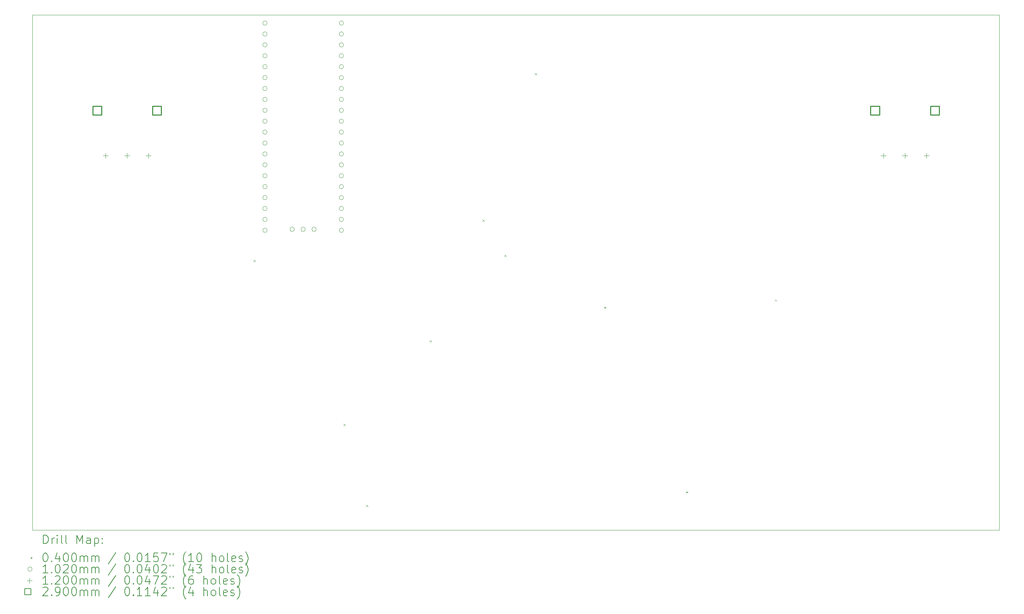
<source format=gbr>
%TF.GenerationSoftware,KiCad,Pcbnew,7.0.8*%
%TF.CreationDate,2023-11-04T04:32:08-07:00*%
%TF.ProjectId,picovoltexv2,7069636f-766f-46c7-9465-7876322e6b69,rev?*%
%TF.SameCoordinates,Original*%
%TF.FileFunction,Drillmap*%
%TF.FilePolarity,Positive*%
%FSLAX45Y45*%
G04 Gerber Fmt 4.5, Leading zero omitted, Abs format (unit mm)*
G04 Created by KiCad (PCBNEW 7.0.8) date 2023-11-04 04:32:08*
%MOMM*%
%LPD*%
G01*
G04 APERTURE LIST*
%ADD10C,0.100000*%
%ADD11C,0.200000*%
%ADD12C,0.040000*%
%ADD13C,0.102000*%
%ADD14C,0.120000*%
%ADD15C,0.290000*%
G04 APERTURE END LIST*
D10*
X3990000Y-3652000D02*
X26490000Y-3652000D01*
X26490000Y-15652000D01*
X3990000Y-15652000D01*
X3990000Y-3652000D01*
D11*
D12*
X9141540Y-9364050D02*
X9181540Y-9404050D01*
X9181540Y-9364050D02*
X9141540Y-9404050D01*
X11229260Y-13182000D02*
X11269260Y-13222000D01*
X11269260Y-13182000D02*
X11229260Y-13222000D01*
X11753400Y-15067000D02*
X11793400Y-15107000D01*
X11793400Y-15067000D02*
X11753400Y-15107000D01*
X13235070Y-11233060D02*
X13275070Y-11273060D01*
X13275070Y-11233060D02*
X13235070Y-11273060D01*
X14462490Y-8423770D02*
X14502490Y-8463770D01*
X14502490Y-8423770D02*
X14462490Y-8463770D01*
X14972980Y-9244120D02*
X15012980Y-9284120D01*
X15012980Y-9244120D02*
X14972980Y-9284120D01*
X15685850Y-5009590D02*
X15725850Y-5049590D01*
X15725850Y-5009590D02*
X15685850Y-5049590D01*
X17294030Y-10448940D02*
X17334030Y-10488940D01*
X17334030Y-10448940D02*
X17294030Y-10488940D01*
X19199960Y-14749750D02*
X19239960Y-14789750D01*
X19239960Y-14749750D02*
X19199960Y-14789750D01*
X21267720Y-10279460D02*
X21307720Y-10319460D01*
X21307720Y-10279460D02*
X21267720Y-10319460D01*
D13*
X9452000Y-3844500D02*
G75*
G03*
X9452000Y-3844500I-51000J0D01*
G01*
X9452000Y-4098500D02*
G75*
G03*
X9452000Y-4098500I-51000J0D01*
G01*
X9452000Y-4352500D02*
G75*
G03*
X9452000Y-4352500I-51000J0D01*
G01*
X9452000Y-4606500D02*
G75*
G03*
X9452000Y-4606500I-51000J0D01*
G01*
X9452000Y-4860500D02*
G75*
G03*
X9452000Y-4860500I-51000J0D01*
G01*
X9452000Y-5114500D02*
G75*
G03*
X9452000Y-5114500I-51000J0D01*
G01*
X9452000Y-5368500D02*
G75*
G03*
X9452000Y-5368500I-51000J0D01*
G01*
X9452000Y-5622500D02*
G75*
G03*
X9452000Y-5622500I-51000J0D01*
G01*
X9452000Y-5876500D02*
G75*
G03*
X9452000Y-5876500I-51000J0D01*
G01*
X9452000Y-6130500D02*
G75*
G03*
X9452000Y-6130500I-51000J0D01*
G01*
X9452000Y-6384500D02*
G75*
G03*
X9452000Y-6384500I-51000J0D01*
G01*
X9452000Y-6638500D02*
G75*
G03*
X9452000Y-6638500I-51000J0D01*
G01*
X9452000Y-6892500D02*
G75*
G03*
X9452000Y-6892500I-51000J0D01*
G01*
X9452000Y-7146500D02*
G75*
G03*
X9452000Y-7146500I-51000J0D01*
G01*
X9452000Y-7400500D02*
G75*
G03*
X9452000Y-7400500I-51000J0D01*
G01*
X9452000Y-7654500D02*
G75*
G03*
X9452000Y-7654500I-51000J0D01*
G01*
X9452000Y-7908500D02*
G75*
G03*
X9452000Y-7908500I-51000J0D01*
G01*
X9452000Y-8162500D02*
G75*
G03*
X9452000Y-8162500I-51000J0D01*
G01*
X9452000Y-8416500D02*
G75*
G03*
X9452000Y-8416500I-51000J0D01*
G01*
X9452000Y-8670500D02*
G75*
G03*
X9452000Y-8670500I-51000J0D01*
G01*
X10087000Y-8647500D02*
G75*
G03*
X10087000Y-8647500I-51000J0D01*
G01*
X10341000Y-8647500D02*
G75*
G03*
X10341000Y-8647500I-51000J0D01*
G01*
X10595000Y-8647500D02*
G75*
G03*
X10595000Y-8647500I-51000J0D01*
G01*
X11230000Y-3844500D02*
G75*
G03*
X11230000Y-3844500I-51000J0D01*
G01*
X11230000Y-4098500D02*
G75*
G03*
X11230000Y-4098500I-51000J0D01*
G01*
X11230000Y-4352500D02*
G75*
G03*
X11230000Y-4352500I-51000J0D01*
G01*
X11230000Y-4606500D02*
G75*
G03*
X11230000Y-4606500I-51000J0D01*
G01*
X11230000Y-4860500D02*
G75*
G03*
X11230000Y-4860500I-51000J0D01*
G01*
X11230000Y-5114500D02*
G75*
G03*
X11230000Y-5114500I-51000J0D01*
G01*
X11230000Y-5368500D02*
G75*
G03*
X11230000Y-5368500I-51000J0D01*
G01*
X11230000Y-5622500D02*
G75*
G03*
X11230000Y-5622500I-51000J0D01*
G01*
X11230000Y-5876500D02*
G75*
G03*
X11230000Y-5876500I-51000J0D01*
G01*
X11230000Y-6130500D02*
G75*
G03*
X11230000Y-6130500I-51000J0D01*
G01*
X11230000Y-6384500D02*
G75*
G03*
X11230000Y-6384500I-51000J0D01*
G01*
X11230000Y-6638500D02*
G75*
G03*
X11230000Y-6638500I-51000J0D01*
G01*
X11230000Y-6892500D02*
G75*
G03*
X11230000Y-6892500I-51000J0D01*
G01*
X11230000Y-7146500D02*
G75*
G03*
X11230000Y-7146500I-51000J0D01*
G01*
X11230000Y-7400500D02*
G75*
G03*
X11230000Y-7400500I-51000J0D01*
G01*
X11230000Y-7654500D02*
G75*
G03*
X11230000Y-7654500I-51000J0D01*
G01*
X11230000Y-7908500D02*
G75*
G03*
X11230000Y-7908500I-51000J0D01*
G01*
X11230000Y-8162500D02*
G75*
G03*
X11230000Y-8162500I-51000J0D01*
G01*
X11230000Y-8416500D02*
G75*
G03*
X11230000Y-8416500I-51000J0D01*
G01*
X11230000Y-8670500D02*
G75*
G03*
X11230000Y-8670500I-51000J0D01*
G01*
D14*
X5690000Y-6872000D02*
X5690000Y-6992000D01*
X5630000Y-6932000D02*
X5750000Y-6932000D01*
X6190000Y-6872000D02*
X6190000Y-6992000D01*
X6130000Y-6932000D02*
X6250000Y-6932000D01*
X6690000Y-6872000D02*
X6690000Y-6992000D01*
X6630000Y-6932000D02*
X6750000Y-6932000D01*
X23790000Y-6872000D02*
X23790000Y-6992000D01*
X23730000Y-6932000D02*
X23850000Y-6932000D01*
X24290000Y-6872000D02*
X24290000Y-6992000D01*
X24230000Y-6932000D02*
X24350000Y-6932000D01*
X24790000Y-6872000D02*
X24790000Y-6992000D01*
X24730000Y-6932000D02*
X24850000Y-6932000D01*
D15*
X5597531Y-5984531D02*
X5597531Y-5779468D01*
X5392469Y-5779468D01*
X5392469Y-5984531D01*
X5597531Y-5984531D01*
X6987531Y-5984531D02*
X6987531Y-5779468D01*
X6782468Y-5779468D01*
X6782468Y-5984531D01*
X6987531Y-5984531D01*
X23697531Y-5984531D02*
X23697531Y-5779468D01*
X23492468Y-5779468D01*
X23492468Y-5984531D01*
X23697531Y-5984531D01*
X25087531Y-5984531D02*
X25087531Y-5779468D01*
X24882468Y-5779468D01*
X24882468Y-5984531D01*
X25087531Y-5984531D01*
D11*
X4245777Y-15968484D02*
X4245777Y-15768484D01*
X4245777Y-15768484D02*
X4293396Y-15768484D01*
X4293396Y-15768484D02*
X4321967Y-15778008D01*
X4321967Y-15778008D02*
X4341015Y-15797055D01*
X4341015Y-15797055D02*
X4350539Y-15816103D01*
X4350539Y-15816103D02*
X4360063Y-15854198D01*
X4360063Y-15854198D02*
X4360063Y-15882769D01*
X4360063Y-15882769D02*
X4350539Y-15920865D01*
X4350539Y-15920865D02*
X4341015Y-15939912D01*
X4341015Y-15939912D02*
X4321967Y-15958960D01*
X4321967Y-15958960D02*
X4293396Y-15968484D01*
X4293396Y-15968484D02*
X4245777Y-15968484D01*
X4445777Y-15968484D02*
X4445777Y-15835150D01*
X4445777Y-15873246D02*
X4455301Y-15854198D01*
X4455301Y-15854198D02*
X4464824Y-15844674D01*
X4464824Y-15844674D02*
X4483872Y-15835150D01*
X4483872Y-15835150D02*
X4502920Y-15835150D01*
X4569586Y-15968484D02*
X4569586Y-15835150D01*
X4569586Y-15768484D02*
X4560063Y-15778008D01*
X4560063Y-15778008D02*
X4569586Y-15787531D01*
X4569586Y-15787531D02*
X4579110Y-15778008D01*
X4579110Y-15778008D02*
X4569586Y-15768484D01*
X4569586Y-15768484D02*
X4569586Y-15787531D01*
X4693396Y-15968484D02*
X4674348Y-15958960D01*
X4674348Y-15958960D02*
X4664824Y-15939912D01*
X4664824Y-15939912D02*
X4664824Y-15768484D01*
X4798158Y-15968484D02*
X4779110Y-15958960D01*
X4779110Y-15958960D02*
X4769586Y-15939912D01*
X4769586Y-15939912D02*
X4769586Y-15768484D01*
X5026729Y-15968484D02*
X5026729Y-15768484D01*
X5026729Y-15768484D02*
X5093396Y-15911341D01*
X5093396Y-15911341D02*
X5160063Y-15768484D01*
X5160063Y-15768484D02*
X5160063Y-15968484D01*
X5341015Y-15968484D02*
X5341015Y-15863722D01*
X5341015Y-15863722D02*
X5331491Y-15844674D01*
X5331491Y-15844674D02*
X5312444Y-15835150D01*
X5312444Y-15835150D02*
X5274348Y-15835150D01*
X5274348Y-15835150D02*
X5255301Y-15844674D01*
X5341015Y-15958960D02*
X5321967Y-15968484D01*
X5321967Y-15968484D02*
X5274348Y-15968484D01*
X5274348Y-15968484D02*
X5255301Y-15958960D01*
X5255301Y-15958960D02*
X5245777Y-15939912D01*
X5245777Y-15939912D02*
X5245777Y-15920865D01*
X5245777Y-15920865D02*
X5255301Y-15901817D01*
X5255301Y-15901817D02*
X5274348Y-15892293D01*
X5274348Y-15892293D02*
X5321967Y-15892293D01*
X5321967Y-15892293D02*
X5341015Y-15882769D01*
X5436253Y-15835150D02*
X5436253Y-16035150D01*
X5436253Y-15844674D02*
X5455301Y-15835150D01*
X5455301Y-15835150D02*
X5493396Y-15835150D01*
X5493396Y-15835150D02*
X5512444Y-15844674D01*
X5512444Y-15844674D02*
X5521967Y-15854198D01*
X5521967Y-15854198D02*
X5531491Y-15873246D01*
X5531491Y-15873246D02*
X5531491Y-15930388D01*
X5531491Y-15930388D02*
X5521967Y-15949436D01*
X5521967Y-15949436D02*
X5512444Y-15958960D01*
X5512444Y-15958960D02*
X5493396Y-15968484D01*
X5493396Y-15968484D02*
X5455301Y-15968484D01*
X5455301Y-15968484D02*
X5436253Y-15958960D01*
X5617205Y-15949436D02*
X5626729Y-15958960D01*
X5626729Y-15958960D02*
X5617205Y-15968484D01*
X5617205Y-15968484D02*
X5607682Y-15958960D01*
X5607682Y-15958960D02*
X5617205Y-15949436D01*
X5617205Y-15949436D02*
X5617205Y-15968484D01*
X5617205Y-15844674D02*
X5626729Y-15854198D01*
X5626729Y-15854198D02*
X5617205Y-15863722D01*
X5617205Y-15863722D02*
X5607682Y-15854198D01*
X5607682Y-15854198D02*
X5617205Y-15844674D01*
X5617205Y-15844674D02*
X5617205Y-15863722D01*
D12*
X3945000Y-16277000D02*
X3985000Y-16317000D01*
X3985000Y-16277000D02*
X3945000Y-16317000D01*
D11*
X4283872Y-16188484D02*
X4302920Y-16188484D01*
X4302920Y-16188484D02*
X4321967Y-16198008D01*
X4321967Y-16198008D02*
X4331491Y-16207531D01*
X4331491Y-16207531D02*
X4341015Y-16226579D01*
X4341015Y-16226579D02*
X4350539Y-16264674D01*
X4350539Y-16264674D02*
X4350539Y-16312293D01*
X4350539Y-16312293D02*
X4341015Y-16350388D01*
X4341015Y-16350388D02*
X4331491Y-16369436D01*
X4331491Y-16369436D02*
X4321967Y-16378960D01*
X4321967Y-16378960D02*
X4302920Y-16388484D01*
X4302920Y-16388484D02*
X4283872Y-16388484D01*
X4283872Y-16388484D02*
X4264824Y-16378960D01*
X4264824Y-16378960D02*
X4255301Y-16369436D01*
X4255301Y-16369436D02*
X4245777Y-16350388D01*
X4245777Y-16350388D02*
X4236253Y-16312293D01*
X4236253Y-16312293D02*
X4236253Y-16264674D01*
X4236253Y-16264674D02*
X4245777Y-16226579D01*
X4245777Y-16226579D02*
X4255301Y-16207531D01*
X4255301Y-16207531D02*
X4264824Y-16198008D01*
X4264824Y-16198008D02*
X4283872Y-16188484D01*
X4436253Y-16369436D02*
X4445777Y-16378960D01*
X4445777Y-16378960D02*
X4436253Y-16388484D01*
X4436253Y-16388484D02*
X4426729Y-16378960D01*
X4426729Y-16378960D02*
X4436253Y-16369436D01*
X4436253Y-16369436D02*
X4436253Y-16388484D01*
X4617205Y-16255150D02*
X4617205Y-16388484D01*
X4569586Y-16178960D02*
X4521967Y-16321817D01*
X4521967Y-16321817D02*
X4645777Y-16321817D01*
X4760063Y-16188484D02*
X4779110Y-16188484D01*
X4779110Y-16188484D02*
X4798158Y-16198008D01*
X4798158Y-16198008D02*
X4807682Y-16207531D01*
X4807682Y-16207531D02*
X4817205Y-16226579D01*
X4817205Y-16226579D02*
X4826729Y-16264674D01*
X4826729Y-16264674D02*
X4826729Y-16312293D01*
X4826729Y-16312293D02*
X4817205Y-16350388D01*
X4817205Y-16350388D02*
X4807682Y-16369436D01*
X4807682Y-16369436D02*
X4798158Y-16378960D01*
X4798158Y-16378960D02*
X4779110Y-16388484D01*
X4779110Y-16388484D02*
X4760063Y-16388484D01*
X4760063Y-16388484D02*
X4741015Y-16378960D01*
X4741015Y-16378960D02*
X4731491Y-16369436D01*
X4731491Y-16369436D02*
X4721967Y-16350388D01*
X4721967Y-16350388D02*
X4712444Y-16312293D01*
X4712444Y-16312293D02*
X4712444Y-16264674D01*
X4712444Y-16264674D02*
X4721967Y-16226579D01*
X4721967Y-16226579D02*
X4731491Y-16207531D01*
X4731491Y-16207531D02*
X4741015Y-16198008D01*
X4741015Y-16198008D02*
X4760063Y-16188484D01*
X4950539Y-16188484D02*
X4969586Y-16188484D01*
X4969586Y-16188484D02*
X4988634Y-16198008D01*
X4988634Y-16198008D02*
X4998158Y-16207531D01*
X4998158Y-16207531D02*
X5007682Y-16226579D01*
X5007682Y-16226579D02*
X5017205Y-16264674D01*
X5017205Y-16264674D02*
X5017205Y-16312293D01*
X5017205Y-16312293D02*
X5007682Y-16350388D01*
X5007682Y-16350388D02*
X4998158Y-16369436D01*
X4998158Y-16369436D02*
X4988634Y-16378960D01*
X4988634Y-16378960D02*
X4969586Y-16388484D01*
X4969586Y-16388484D02*
X4950539Y-16388484D01*
X4950539Y-16388484D02*
X4931491Y-16378960D01*
X4931491Y-16378960D02*
X4921967Y-16369436D01*
X4921967Y-16369436D02*
X4912444Y-16350388D01*
X4912444Y-16350388D02*
X4902920Y-16312293D01*
X4902920Y-16312293D02*
X4902920Y-16264674D01*
X4902920Y-16264674D02*
X4912444Y-16226579D01*
X4912444Y-16226579D02*
X4921967Y-16207531D01*
X4921967Y-16207531D02*
X4931491Y-16198008D01*
X4931491Y-16198008D02*
X4950539Y-16188484D01*
X5102920Y-16388484D02*
X5102920Y-16255150D01*
X5102920Y-16274198D02*
X5112444Y-16264674D01*
X5112444Y-16264674D02*
X5131491Y-16255150D01*
X5131491Y-16255150D02*
X5160063Y-16255150D01*
X5160063Y-16255150D02*
X5179110Y-16264674D01*
X5179110Y-16264674D02*
X5188634Y-16283722D01*
X5188634Y-16283722D02*
X5188634Y-16388484D01*
X5188634Y-16283722D02*
X5198158Y-16264674D01*
X5198158Y-16264674D02*
X5217205Y-16255150D01*
X5217205Y-16255150D02*
X5245777Y-16255150D01*
X5245777Y-16255150D02*
X5264825Y-16264674D01*
X5264825Y-16264674D02*
X5274348Y-16283722D01*
X5274348Y-16283722D02*
X5274348Y-16388484D01*
X5369586Y-16388484D02*
X5369586Y-16255150D01*
X5369586Y-16274198D02*
X5379110Y-16264674D01*
X5379110Y-16264674D02*
X5398158Y-16255150D01*
X5398158Y-16255150D02*
X5426729Y-16255150D01*
X5426729Y-16255150D02*
X5445777Y-16264674D01*
X5445777Y-16264674D02*
X5455301Y-16283722D01*
X5455301Y-16283722D02*
X5455301Y-16388484D01*
X5455301Y-16283722D02*
X5464825Y-16264674D01*
X5464825Y-16264674D02*
X5483872Y-16255150D01*
X5483872Y-16255150D02*
X5512444Y-16255150D01*
X5512444Y-16255150D02*
X5531491Y-16264674D01*
X5531491Y-16264674D02*
X5541015Y-16283722D01*
X5541015Y-16283722D02*
X5541015Y-16388484D01*
X5931491Y-16178960D02*
X5760063Y-16436103D01*
X6188634Y-16188484D02*
X6207682Y-16188484D01*
X6207682Y-16188484D02*
X6226729Y-16198008D01*
X6226729Y-16198008D02*
X6236253Y-16207531D01*
X6236253Y-16207531D02*
X6245777Y-16226579D01*
X6245777Y-16226579D02*
X6255301Y-16264674D01*
X6255301Y-16264674D02*
X6255301Y-16312293D01*
X6255301Y-16312293D02*
X6245777Y-16350388D01*
X6245777Y-16350388D02*
X6236253Y-16369436D01*
X6236253Y-16369436D02*
X6226729Y-16378960D01*
X6226729Y-16378960D02*
X6207682Y-16388484D01*
X6207682Y-16388484D02*
X6188634Y-16388484D01*
X6188634Y-16388484D02*
X6169586Y-16378960D01*
X6169586Y-16378960D02*
X6160063Y-16369436D01*
X6160063Y-16369436D02*
X6150539Y-16350388D01*
X6150539Y-16350388D02*
X6141015Y-16312293D01*
X6141015Y-16312293D02*
X6141015Y-16264674D01*
X6141015Y-16264674D02*
X6150539Y-16226579D01*
X6150539Y-16226579D02*
X6160063Y-16207531D01*
X6160063Y-16207531D02*
X6169586Y-16198008D01*
X6169586Y-16198008D02*
X6188634Y-16188484D01*
X6341015Y-16369436D02*
X6350539Y-16378960D01*
X6350539Y-16378960D02*
X6341015Y-16388484D01*
X6341015Y-16388484D02*
X6331491Y-16378960D01*
X6331491Y-16378960D02*
X6341015Y-16369436D01*
X6341015Y-16369436D02*
X6341015Y-16388484D01*
X6474348Y-16188484D02*
X6493396Y-16188484D01*
X6493396Y-16188484D02*
X6512444Y-16198008D01*
X6512444Y-16198008D02*
X6521967Y-16207531D01*
X6521967Y-16207531D02*
X6531491Y-16226579D01*
X6531491Y-16226579D02*
X6541015Y-16264674D01*
X6541015Y-16264674D02*
X6541015Y-16312293D01*
X6541015Y-16312293D02*
X6531491Y-16350388D01*
X6531491Y-16350388D02*
X6521967Y-16369436D01*
X6521967Y-16369436D02*
X6512444Y-16378960D01*
X6512444Y-16378960D02*
X6493396Y-16388484D01*
X6493396Y-16388484D02*
X6474348Y-16388484D01*
X6474348Y-16388484D02*
X6455301Y-16378960D01*
X6455301Y-16378960D02*
X6445777Y-16369436D01*
X6445777Y-16369436D02*
X6436253Y-16350388D01*
X6436253Y-16350388D02*
X6426729Y-16312293D01*
X6426729Y-16312293D02*
X6426729Y-16264674D01*
X6426729Y-16264674D02*
X6436253Y-16226579D01*
X6436253Y-16226579D02*
X6445777Y-16207531D01*
X6445777Y-16207531D02*
X6455301Y-16198008D01*
X6455301Y-16198008D02*
X6474348Y-16188484D01*
X6731491Y-16388484D02*
X6617206Y-16388484D01*
X6674348Y-16388484D02*
X6674348Y-16188484D01*
X6674348Y-16188484D02*
X6655301Y-16217055D01*
X6655301Y-16217055D02*
X6636253Y-16236103D01*
X6636253Y-16236103D02*
X6617206Y-16245627D01*
X6912444Y-16188484D02*
X6817206Y-16188484D01*
X6817206Y-16188484D02*
X6807682Y-16283722D01*
X6807682Y-16283722D02*
X6817206Y-16274198D01*
X6817206Y-16274198D02*
X6836253Y-16264674D01*
X6836253Y-16264674D02*
X6883872Y-16264674D01*
X6883872Y-16264674D02*
X6902920Y-16274198D01*
X6902920Y-16274198D02*
X6912444Y-16283722D01*
X6912444Y-16283722D02*
X6921967Y-16302769D01*
X6921967Y-16302769D02*
X6921967Y-16350388D01*
X6921967Y-16350388D02*
X6912444Y-16369436D01*
X6912444Y-16369436D02*
X6902920Y-16378960D01*
X6902920Y-16378960D02*
X6883872Y-16388484D01*
X6883872Y-16388484D02*
X6836253Y-16388484D01*
X6836253Y-16388484D02*
X6817206Y-16378960D01*
X6817206Y-16378960D02*
X6807682Y-16369436D01*
X6988634Y-16188484D02*
X7121967Y-16188484D01*
X7121967Y-16188484D02*
X7036253Y-16388484D01*
X7188634Y-16188484D02*
X7188634Y-16226579D01*
X7264825Y-16188484D02*
X7264825Y-16226579D01*
X7560063Y-16464674D02*
X7550539Y-16455150D01*
X7550539Y-16455150D02*
X7531491Y-16426579D01*
X7531491Y-16426579D02*
X7521968Y-16407531D01*
X7521968Y-16407531D02*
X7512444Y-16378960D01*
X7512444Y-16378960D02*
X7502920Y-16331341D01*
X7502920Y-16331341D02*
X7502920Y-16293246D01*
X7502920Y-16293246D02*
X7512444Y-16245627D01*
X7512444Y-16245627D02*
X7521968Y-16217055D01*
X7521968Y-16217055D02*
X7531491Y-16198008D01*
X7531491Y-16198008D02*
X7550539Y-16169436D01*
X7550539Y-16169436D02*
X7560063Y-16159912D01*
X7741015Y-16388484D02*
X7626729Y-16388484D01*
X7683872Y-16388484D02*
X7683872Y-16188484D01*
X7683872Y-16188484D02*
X7664825Y-16217055D01*
X7664825Y-16217055D02*
X7645777Y-16236103D01*
X7645777Y-16236103D02*
X7626729Y-16245627D01*
X7864825Y-16188484D02*
X7883872Y-16188484D01*
X7883872Y-16188484D02*
X7902920Y-16198008D01*
X7902920Y-16198008D02*
X7912444Y-16207531D01*
X7912444Y-16207531D02*
X7921968Y-16226579D01*
X7921968Y-16226579D02*
X7931491Y-16264674D01*
X7931491Y-16264674D02*
X7931491Y-16312293D01*
X7931491Y-16312293D02*
X7921968Y-16350388D01*
X7921968Y-16350388D02*
X7912444Y-16369436D01*
X7912444Y-16369436D02*
X7902920Y-16378960D01*
X7902920Y-16378960D02*
X7883872Y-16388484D01*
X7883872Y-16388484D02*
X7864825Y-16388484D01*
X7864825Y-16388484D02*
X7845777Y-16378960D01*
X7845777Y-16378960D02*
X7836253Y-16369436D01*
X7836253Y-16369436D02*
X7826729Y-16350388D01*
X7826729Y-16350388D02*
X7817206Y-16312293D01*
X7817206Y-16312293D02*
X7817206Y-16264674D01*
X7817206Y-16264674D02*
X7826729Y-16226579D01*
X7826729Y-16226579D02*
X7836253Y-16207531D01*
X7836253Y-16207531D02*
X7845777Y-16198008D01*
X7845777Y-16198008D02*
X7864825Y-16188484D01*
X8169587Y-16388484D02*
X8169587Y-16188484D01*
X8255301Y-16388484D02*
X8255301Y-16283722D01*
X8255301Y-16283722D02*
X8245777Y-16264674D01*
X8245777Y-16264674D02*
X8226730Y-16255150D01*
X8226730Y-16255150D02*
X8198158Y-16255150D01*
X8198158Y-16255150D02*
X8179110Y-16264674D01*
X8179110Y-16264674D02*
X8169587Y-16274198D01*
X8379110Y-16388484D02*
X8360063Y-16378960D01*
X8360063Y-16378960D02*
X8350539Y-16369436D01*
X8350539Y-16369436D02*
X8341015Y-16350388D01*
X8341015Y-16350388D02*
X8341015Y-16293246D01*
X8341015Y-16293246D02*
X8350539Y-16274198D01*
X8350539Y-16274198D02*
X8360063Y-16264674D01*
X8360063Y-16264674D02*
X8379110Y-16255150D01*
X8379110Y-16255150D02*
X8407682Y-16255150D01*
X8407682Y-16255150D02*
X8426730Y-16264674D01*
X8426730Y-16264674D02*
X8436253Y-16274198D01*
X8436253Y-16274198D02*
X8445777Y-16293246D01*
X8445777Y-16293246D02*
X8445777Y-16350388D01*
X8445777Y-16350388D02*
X8436253Y-16369436D01*
X8436253Y-16369436D02*
X8426730Y-16378960D01*
X8426730Y-16378960D02*
X8407682Y-16388484D01*
X8407682Y-16388484D02*
X8379110Y-16388484D01*
X8560063Y-16388484D02*
X8541015Y-16378960D01*
X8541015Y-16378960D02*
X8531492Y-16359912D01*
X8531492Y-16359912D02*
X8531492Y-16188484D01*
X8712444Y-16378960D02*
X8693396Y-16388484D01*
X8693396Y-16388484D02*
X8655301Y-16388484D01*
X8655301Y-16388484D02*
X8636253Y-16378960D01*
X8636253Y-16378960D02*
X8626730Y-16359912D01*
X8626730Y-16359912D02*
X8626730Y-16283722D01*
X8626730Y-16283722D02*
X8636253Y-16264674D01*
X8636253Y-16264674D02*
X8655301Y-16255150D01*
X8655301Y-16255150D02*
X8693396Y-16255150D01*
X8693396Y-16255150D02*
X8712444Y-16264674D01*
X8712444Y-16264674D02*
X8721968Y-16283722D01*
X8721968Y-16283722D02*
X8721968Y-16302769D01*
X8721968Y-16302769D02*
X8626730Y-16321817D01*
X8798158Y-16378960D02*
X8817206Y-16388484D01*
X8817206Y-16388484D02*
X8855301Y-16388484D01*
X8855301Y-16388484D02*
X8874349Y-16378960D01*
X8874349Y-16378960D02*
X8883873Y-16359912D01*
X8883873Y-16359912D02*
X8883873Y-16350388D01*
X8883873Y-16350388D02*
X8874349Y-16331341D01*
X8874349Y-16331341D02*
X8855301Y-16321817D01*
X8855301Y-16321817D02*
X8826730Y-16321817D01*
X8826730Y-16321817D02*
X8807682Y-16312293D01*
X8807682Y-16312293D02*
X8798158Y-16293246D01*
X8798158Y-16293246D02*
X8798158Y-16283722D01*
X8798158Y-16283722D02*
X8807682Y-16264674D01*
X8807682Y-16264674D02*
X8826730Y-16255150D01*
X8826730Y-16255150D02*
X8855301Y-16255150D01*
X8855301Y-16255150D02*
X8874349Y-16264674D01*
X8950539Y-16464674D02*
X8960063Y-16455150D01*
X8960063Y-16455150D02*
X8979111Y-16426579D01*
X8979111Y-16426579D02*
X8988634Y-16407531D01*
X8988634Y-16407531D02*
X8998158Y-16378960D01*
X8998158Y-16378960D02*
X9007682Y-16331341D01*
X9007682Y-16331341D02*
X9007682Y-16293246D01*
X9007682Y-16293246D02*
X8998158Y-16245627D01*
X8998158Y-16245627D02*
X8988634Y-16217055D01*
X8988634Y-16217055D02*
X8979111Y-16198008D01*
X8979111Y-16198008D02*
X8960063Y-16169436D01*
X8960063Y-16169436D02*
X8950539Y-16159912D01*
D13*
X3985000Y-16561000D02*
G75*
G03*
X3985000Y-16561000I-51000J0D01*
G01*
D11*
X4350539Y-16652484D02*
X4236253Y-16652484D01*
X4293396Y-16652484D02*
X4293396Y-16452484D01*
X4293396Y-16452484D02*
X4274348Y-16481055D01*
X4274348Y-16481055D02*
X4255301Y-16500103D01*
X4255301Y-16500103D02*
X4236253Y-16509627D01*
X4436253Y-16633436D02*
X4445777Y-16642960D01*
X4445777Y-16642960D02*
X4436253Y-16652484D01*
X4436253Y-16652484D02*
X4426729Y-16642960D01*
X4426729Y-16642960D02*
X4436253Y-16633436D01*
X4436253Y-16633436D02*
X4436253Y-16652484D01*
X4569586Y-16452484D02*
X4588634Y-16452484D01*
X4588634Y-16452484D02*
X4607682Y-16462008D01*
X4607682Y-16462008D02*
X4617205Y-16471531D01*
X4617205Y-16471531D02*
X4626729Y-16490579D01*
X4626729Y-16490579D02*
X4636253Y-16528674D01*
X4636253Y-16528674D02*
X4636253Y-16576293D01*
X4636253Y-16576293D02*
X4626729Y-16614388D01*
X4626729Y-16614388D02*
X4617205Y-16633436D01*
X4617205Y-16633436D02*
X4607682Y-16642960D01*
X4607682Y-16642960D02*
X4588634Y-16652484D01*
X4588634Y-16652484D02*
X4569586Y-16652484D01*
X4569586Y-16652484D02*
X4550539Y-16642960D01*
X4550539Y-16642960D02*
X4541015Y-16633436D01*
X4541015Y-16633436D02*
X4531491Y-16614388D01*
X4531491Y-16614388D02*
X4521967Y-16576293D01*
X4521967Y-16576293D02*
X4521967Y-16528674D01*
X4521967Y-16528674D02*
X4531491Y-16490579D01*
X4531491Y-16490579D02*
X4541015Y-16471531D01*
X4541015Y-16471531D02*
X4550539Y-16462008D01*
X4550539Y-16462008D02*
X4569586Y-16452484D01*
X4712444Y-16471531D02*
X4721967Y-16462008D01*
X4721967Y-16462008D02*
X4741015Y-16452484D01*
X4741015Y-16452484D02*
X4788634Y-16452484D01*
X4788634Y-16452484D02*
X4807682Y-16462008D01*
X4807682Y-16462008D02*
X4817205Y-16471531D01*
X4817205Y-16471531D02*
X4826729Y-16490579D01*
X4826729Y-16490579D02*
X4826729Y-16509627D01*
X4826729Y-16509627D02*
X4817205Y-16538198D01*
X4817205Y-16538198D02*
X4702920Y-16652484D01*
X4702920Y-16652484D02*
X4826729Y-16652484D01*
X4950539Y-16452484D02*
X4969586Y-16452484D01*
X4969586Y-16452484D02*
X4988634Y-16462008D01*
X4988634Y-16462008D02*
X4998158Y-16471531D01*
X4998158Y-16471531D02*
X5007682Y-16490579D01*
X5007682Y-16490579D02*
X5017205Y-16528674D01*
X5017205Y-16528674D02*
X5017205Y-16576293D01*
X5017205Y-16576293D02*
X5007682Y-16614388D01*
X5007682Y-16614388D02*
X4998158Y-16633436D01*
X4998158Y-16633436D02*
X4988634Y-16642960D01*
X4988634Y-16642960D02*
X4969586Y-16652484D01*
X4969586Y-16652484D02*
X4950539Y-16652484D01*
X4950539Y-16652484D02*
X4931491Y-16642960D01*
X4931491Y-16642960D02*
X4921967Y-16633436D01*
X4921967Y-16633436D02*
X4912444Y-16614388D01*
X4912444Y-16614388D02*
X4902920Y-16576293D01*
X4902920Y-16576293D02*
X4902920Y-16528674D01*
X4902920Y-16528674D02*
X4912444Y-16490579D01*
X4912444Y-16490579D02*
X4921967Y-16471531D01*
X4921967Y-16471531D02*
X4931491Y-16462008D01*
X4931491Y-16462008D02*
X4950539Y-16452484D01*
X5102920Y-16652484D02*
X5102920Y-16519150D01*
X5102920Y-16538198D02*
X5112444Y-16528674D01*
X5112444Y-16528674D02*
X5131491Y-16519150D01*
X5131491Y-16519150D02*
X5160063Y-16519150D01*
X5160063Y-16519150D02*
X5179110Y-16528674D01*
X5179110Y-16528674D02*
X5188634Y-16547722D01*
X5188634Y-16547722D02*
X5188634Y-16652484D01*
X5188634Y-16547722D02*
X5198158Y-16528674D01*
X5198158Y-16528674D02*
X5217205Y-16519150D01*
X5217205Y-16519150D02*
X5245777Y-16519150D01*
X5245777Y-16519150D02*
X5264825Y-16528674D01*
X5264825Y-16528674D02*
X5274348Y-16547722D01*
X5274348Y-16547722D02*
X5274348Y-16652484D01*
X5369586Y-16652484D02*
X5369586Y-16519150D01*
X5369586Y-16538198D02*
X5379110Y-16528674D01*
X5379110Y-16528674D02*
X5398158Y-16519150D01*
X5398158Y-16519150D02*
X5426729Y-16519150D01*
X5426729Y-16519150D02*
X5445777Y-16528674D01*
X5445777Y-16528674D02*
X5455301Y-16547722D01*
X5455301Y-16547722D02*
X5455301Y-16652484D01*
X5455301Y-16547722D02*
X5464825Y-16528674D01*
X5464825Y-16528674D02*
X5483872Y-16519150D01*
X5483872Y-16519150D02*
X5512444Y-16519150D01*
X5512444Y-16519150D02*
X5531491Y-16528674D01*
X5531491Y-16528674D02*
X5541015Y-16547722D01*
X5541015Y-16547722D02*
X5541015Y-16652484D01*
X5931491Y-16442960D02*
X5760063Y-16700103D01*
X6188634Y-16452484D02*
X6207682Y-16452484D01*
X6207682Y-16452484D02*
X6226729Y-16462008D01*
X6226729Y-16462008D02*
X6236253Y-16471531D01*
X6236253Y-16471531D02*
X6245777Y-16490579D01*
X6245777Y-16490579D02*
X6255301Y-16528674D01*
X6255301Y-16528674D02*
X6255301Y-16576293D01*
X6255301Y-16576293D02*
X6245777Y-16614388D01*
X6245777Y-16614388D02*
X6236253Y-16633436D01*
X6236253Y-16633436D02*
X6226729Y-16642960D01*
X6226729Y-16642960D02*
X6207682Y-16652484D01*
X6207682Y-16652484D02*
X6188634Y-16652484D01*
X6188634Y-16652484D02*
X6169586Y-16642960D01*
X6169586Y-16642960D02*
X6160063Y-16633436D01*
X6160063Y-16633436D02*
X6150539Y-16614388D01*
X6150539Y-16614388D02*
X6141015Y-16576293D01*
X6141015Y-16576293D02*
X6141015Y-16528674D01*
X6141015Y-16528674D02*
X6150539Y-16490579D01*
X6150539Y-16490579D02*
X6160063Y-16471531D01*
X6160063Y-16471531D02*
X6169586Y-16462008D01*
X6169586Y-16462008D02*
X6188634Y-16452484D01*
X6341015Y-16633436D02*
X6350539Y-16642960D01*
X6350539Y-16642960D02*
X6341015Y-16652484D01*
X6341015Y-16652484D02*
X6331491Y-16642960D01*
X6331491Y-16642960D02*
X6341015Y-16633436D01*
X6341015Y-16633436D02*
X6341015Y-16652484D01*
X6474348Y-16452484D02*
X6493396Y-16452484D01*
X6493396Y-16452484D02*
X6512444Y-16462008D01*
X6512444Y-16462008D02*
X6521967Y-16471531D01*
X6521967Y-16471531D02*
X6531491Y-16490579D01*
X6531491Y-16490579D02*
X6541015Y-16528674D01*
X6541015Y-16528674D02*
X6541015Y-16576293D01*
X6541015Y-16576293D02*
X6531491Y-16614388D01*
X6531491Y-16614388D02*
X6521967Y-16633436D01*
X6521967Y-16633436D02*
X6512444Y-16642960D01*
X6512444Y-16642960D02*
X6493396Y-16652484D01*
X6493396Y-16652484D02*
X6474348Y-16652484D01*
X6474348Y-16652484D02*
X6455301Y-16642960D01*
X6455301Y-16642960D02*
X6445777Y-16633436D01*
X6445777Y-16633436D02*
X6436253Y-16614388D01*
X6436253Y-16614388D02*
X6426729Y-16576293D01*
X6426729Y-16576293D02*
X6426729Y-16528674D01*
X6426729Y-16528674D02*
X6436253Y-16490579D01*
X6436253Y-16490579D02*
X6445777Y-16471531D01*
X6445777Y-16471531D02*
X6455301Y-16462008D01*
X6455301Y-16462008D02*
X6474348Y-16452484D01*
X6712444Y-16519150D02*
X6712444Y-16652484D01*
X6664825Y-16442960D02*
X6617206Y-16585817D01*
X6617206Y-16585817D02*
X6741015Y-16585817D01*
X6855301Y-16452484D02*
X6874348Y-16452484D01*
X6874348Y-16452484D02*
X6893396Y-16462008D01*
X6893396Y-16462008D02*
X6902920Y-16471531D01*
X6902920Y-16471531D02*
X6912444Y-16490579D01*
X6912444Y-16490579D02*
X6921967Y-16528674D01*
X6921967Y-16528674D02*
X6921967Y-16576293D01*
X6921967Y-16576293D02*
X6912444Y-16614388D01*
X6912444Y-16614388D02*
X6902920Y-16633436D01*
X6902920Y-16633436D02*
X6893396Y-16642960D01*
X6893396Y-16642960D02*
X6874348Y-16652484D01*
X6874348Y-16652484D02*
X6855301Y-16652484D01*
X6855301Y-16652484D02*
X6836253Y-16642960D01*
X6836253Y-16642960D02*
X6826729Y-16633436D01*
X6826729Y-16633436D02*
X6817206Y-16614388D01*
X6817206Y-16614388D02*
X6807682Y-16576293D01*
X6807682Y-16576293D02*
X6807682Y-16528674D01*
X6807682Y-16528674D02*
X6817206Y-16490579D01*
X6817206Y-16490579D02*
X6826729Y-16471531D01*
X6826729Y-16471531D02*
X6836253Y-16462008D01*
X6836253Y-16462008D02*
X6855301Y-16452484D01*
X6998158Y-16471531D02*
X7007682Y-16462008D01*
X7007682Y-16462008D02*
X7026729Y-16452484D01*
X7026729Y-16452484D02*
X7074348Y-16452484D01*
X7074348Y-16452484D02*
X7093396Y-16462008D01*
X7093396Y-16462008D02*
X7102920Y-16471531D01*
X7102920Y-16471531D02*
X7112444Y-16490579D01*
X7112444Y-16490579D02*
X7112444Y-16509627D01*
X7112444Y-16509627D02*
X7102920Y-16538198D01*
X7102920Y-16538198D02*
X6988634Y-16652484D01*
X6988634Y-16652484D02*
X7112444Y-16652484D01*
X7188634Y-16452484D02*
X7188634Y-16490579D01*
X7264825Y-16452484D02*
X7264825Y-16490579D01*
X7560063Y-16728674D02*
X7550539Y-16719150D01*
X7550539Y-16719150D02*
X7531491Y-16690579D01*
X7531491Y-16690579D02*
X7521968Y-16671531D01*
X7521968Y-16671531D02*
X7512444Y-16642960D01*
X7512444Y-16642960D02*
X7502920Y-16595341D01*
X7502920Y-16595341D02*
X7502920Y-16557246D01*
X7502920Y-16557246D02*
X7512444Y-16509627D01*
X7512444Y-16509627D02*
X7521968Y-16481055D01*
X7521968Y-16481055D02*
X7531491Y-16462008D01*
X7531491Y-16462008D02*
X7550539Y-16433436D01*
X7550539Y-16433436D02*
X7560063Y-16423912D01*
X7721968Y-16519150D02*
X7721968Y-16652484D01*
X7674348Y-16442960D02*
X7626729Y-16585817D01*
X7626729Y-16585817D02*
X7750539Y-16585817D01*
X7807682Y-16452484D02*
X7931491Y-16452484D01*
X7931491Y-16452484D02*
X7864825Y-16528674D01*
X7864825Y-16528674D02*
X7893396Y-16528674D01*
X7893396Y-16528674D02*
X7912444Y-16538198D01*
X7912444Y-16538198D02*
X7921968Y-16547722D01*
X7921968Y-16547722D02*
X7931491Y-16566769D01*
X7931491Y-16566769D02*
X7931491Y-16614388D01*
X7931491Y-16614388D02*
X7921968Y-16633436D01*
X7921968Y-16633436D02*
X7912444Y-16642960D01*
X7912444Y-16642960D02*
X7893396Y-16652484D01*
X7893396Y-16652484D02*
X7836253Y-16652484D01*
X7836253Y-16652484D02*
X7817206Y-16642960D01*
X7817206Y-16642960D02*
X7807682Y-16633436D01*
X8169587Y-16652484D02*
X8169587Y-16452484D01*
X8255301Y-16652484D02*
X8255301Y-16547722D01*
X8255301Y-16547722D02*
X8245777Y-16528674D01*
X8245777Y-16528674D02*
X8226730Y-16519150D01*
X8226730Y-16519150D02*
X8198158Y-16519150D01*
X8198158Y-16519150D02*
X8179110Y-16528674D01*
X8179110Y-16528674D02*
X8169587Y-16538198D01*
X8379110Y-16652484D02*
X8360063Y-16642960D01*
X8360063Y-16642960D02*
X8350539Y-16633436D01*
X8350539Y-16633436D02*
X8341015Y-16614388D01*
X8341015Y-16614388D02*
X8341015Y-16557246D01*
X8341015Y-16557246D02*
X8350539Y-16538198D01*
X8350539Y-16538198D02*
X8360063Y-16528674D01*
X8360063Y-16528674D02*
X8379110Y-16519150D01*
X8379110Y-16519150D02*
X8407682Y-16519150D01*
X8407682Y-16519150D02*
X8426730Y-16528674D01*
X8426730Y-16528674D02*
X8436253Y-16538198D01*
X8436253Y-16538198D02*
X8445777Y-16557246D01*
X8445777Y-16557246D02*
X8445777Y-16614388D01*
X8445777Y-16614388D02*
X8436253Y-16633436D01*
X8436253Y-16633436D02*
X8426730Y-16642960D01*
X8426730Y-16642960D02*
X8407682Y-16652484D01*
X8407682Y-16652484D02*
X8379110Y-16652484D01*
X8560063Y-16652484D02*
X8541015Y-16642960D01*
X8541015Y-16642960D02*
X8531492Y-16623912D01*
X8531492Y-16623912D02*
X8531492Y-16452484D01*
X8712444Y-16642960D02*
X8693396Y-16652484D01*
X8693396Y-16652484D02*
X8655301Y-16652484D01*
X8655301Y-16652484D02*
X8636253Y-16642960D01*
X8636253Y-16642960D02*
X8626730Y-16623912D01*
X8626730Y-16623912D02*
X8626730Y-16547722D01*
X8626730Y-16547722D02*
X8636253Y-16528674D01*
X8636253Y-16528674D02*
X8655301Y-16519150D01*
X8655301Y-16519150D02*
X8693396Y-16519150D01*
X8693396Y-16519150D02*
X8712444Y-16528674D01*
X8712444Y-16528674D02*
X8721968Y-16547722D01*
X8721968Y-16547722D02*
X8721968Y-16566769D01*
X8721968Y-16566769D02*
X8626730Y-16585817D01*
X8798158Y-16642960D02*
X8817206Y-16652484D01*
X8817206Y-16652484D02*
X8855301Y-16652484D01*
X8855301Y-16652484D02*
X8874349Y-16642960D01*
X8874349Y-16642960D02*
X8883873Y-16623912D01*
X8883873Y-16623912D02*
X8883873Y-16614388D01*
X8883873Y-16614388D02*
X8874349Y-16595341D01*
X8874349Y-16595341D02*
X8855301Y-16585817D01*
X8855301Y-16585817D02*
X8826730Y-16585817D01*
X8826730Y-16585817D02*
X8807682Y-16576293D01*
X8807682Y-16576293D02*
X8798158Y-16557246D01*
X8798158Y-16557246D02*
X8798158Y-16547722D01*
X8798158Y-16547722D02*
X8807682Y-16528674D01*
X8807682Y-16528674D02*
X8826730Y-16519150D01*
X8826730Y-16519150D02*
X8855301Y-16519150D01*
X8855301Y-16519150D02*
X8874349Y-16528674D01*
X8950539Y-16728674D02*
X8960063Y-16719150D01*
X8960063Y-16719150D02*
X8979111Y-16690579D01*
X8979111Y-16690579D02*
X8988634Y-16671531D01*
X8988634Y-16671531D02*
X8998158Y-16642960D01*
X8998158Y-16642960D02*
X9007682Y-16595341D01*
X9007682Y-16595341D02*
X9007682Y-16557246D01*
X9007682Y-16557246D02*
X8998158Y-16509627D01*
X8998158Y-16509627D02*
X8988634Y-16481055D01*
X8988634Y-16481055D02*
X8979111Y-16462008D01*
X8979111Y-16462008D02*
X8960063Y-16433436D01*
X8960063Y-16433436D02*
X8950539Y-16423912D01*
D14*
X3925000Y-16765000D02*
X3925000Y-16885000D01*
X3865000Y-16825000D02*
X3985000Y-16825000D01*
D11*
X4350539Y-16916484D02*
X4236253Y-16916484D01*
X4293396Y-16916484D02*
X4293396Y-16716484D01*
X4293396Y-16716484D02*
X4274348Y-16745055D01*
X4274348Y-16745055D02*
X4255301Y-16764103D01*
X4255301Y-16764103D02*
X4236253Y-16773627D01*
X4436253Y-16897436D02*
X4445777Y-16906960D01*
X4445777Y-16906960D02*
X4436253Y-16916484D01*
X4436253Y-16916484D02*
X4426729Y-16906960D01*
X4426729Y-16906960D02*
X4436253Y-16897436D01*
X4436253Y-16897436D02*
X4436253Y-16916484D01*
X4521967Y-16735531D02*
X4531491Y-16726008D01*
X4531491Y-16726008D02*
X4550539Y-16716484D01*
X4550539Y-16716484D02*
X4598158Y-16716484D01*
X4598158Y-16716484D02*
X4617205Y-16726008D01*
X4617205Y-16726008D02*
X4626729Y-16735531D01*
X4626729Y-16735531D02*
X4636253Y-16754579D01*
X4636253Y-16754579D02*
X4636253Y-16773627D01*
X4636253Y-16773627D02*
X4626729Y-16802198D01*
X4626729Y-16802198D02*
X4512444Y-16916484D01*
X4512444Y-16916484D02*
X4636253Y-16916484D01*
X4760063Y-16716484D02*
X4779110Y-16716484D01*
X4779110Y-16716484D02*
X4798158Y-16726008D01*
X4798158Y-16726008D02*
X4807682Y-16735531D01*
X4807682Y-16735531D02*
X4817205Y-16754579D01*
X4817205Y-16754579D02*
X4826729Y-16792674D01*
X4826729Y-16792674D02*
X4826729Y-16840293D01*
X4826729Y-16840293D02*
X4817205Y-16878389D01*
X4817205Y-16878389D02*
X4807682Y-16897436D01*
X4807682Y-16897436D02*
X4798158Y-16906960D01*
X4798158Y-16906960D02*
X4779110Y-16916484D01*
X4779110Y-16916484D02*
X4760063Y-16916484D01*
X4760063Y-16916484D02*
X4741015Y-16906960D01*
X4741015Y-16906960D02*
X4731491Y-16897436D01*
X4731491Y-16897436D02*
X4721967Y-16878389D01*
X4721967Y-16878389D02*
X4712444Y-16840293D01*
X4712444Y-16840293D02*
X4712444Y-16792674D01*
X4712444Y-16792674D02*
X4721967Y-16754579D01*
X4721967Y-16754579D02*
X4731491Y-16735531D01*
X4731491Y-16735531D02*
X4741015Y-16726008D01*
X4741015Y-16726008D02*
X4760063Y-16716484D01*
X4950539Y-16716484D02*
X4969586Y-16716484D01*
X4969586Y-16716484D02*
X4988634Y-16726008D01*
X4988634Y-16726008D02*
X4998158Y-16735531D01*
X4998158Y-16735531D02*
X5007682Y-16754579D01*
X5007682Y-16754579D02*
X5017205Y-16792674D01*
X5017205Y-16792674D02*
X5017205Y-16840293D01*
X5017205Y-16840293D02*
X5007682Y-16878389D01*
X5007682Y-16878389D02*
X4998158Y-16897436D01*
X4998158Y-16897436D02*
X4988634Y-16906960D01*
X4988634Y-16906960D02*
X4969586Y-16916484D01*
X4969586Y-16916484D02*
X4950539Y-16916484D01*
X4950539Y-16916484D02*
X4931491Y-16906960D01*
X4931491Y-16906960D02*
X4921967Y-16897436D01*
X4921967Y-16897436D02*
X4912444Y-16878389D01*
X4912444Y-16878389D02*
X4902920Y-16840293D01*
X4902920Y-16840293D02*
X4902920Y-16792674D01*
X4902920Y-16792674D02*
X4912444Y-16754579D01*
X4912444Y-16754579D02*
X4921967Y-16735531D01*
X4921967Y-16735531D02*
X4931491Y-16726008D01*
X4931491Y-16726008D02*
X4950539Y-16716484D01*
X5102920Y-16916484D02*
X5102920Y-16783150D01*
X5102920Y-16802198D02*
X5112444Y-16792674D01*
X5112444Y-16792674D02*
X5131491Y-16783150D01*
X5131491Y-16783150D02*
X5160063Y-16783150D01*
X5160063Y-16783150D02*
X5179110Y-16792674D01*
X5179110Y-16792674D02*
X5188634Y-16811722D01*
X5188634Y-16811722D02*
X5188634Y-16916484D01*
X5188634Y-16811722D02*
X5198158Y-16792674D01*
X5198158Y-16792674D02*
X5217205Y-16783150D01*
X5217205Y-16783150D02*
X5245777Y-16783150D01*
X5245777Y-16783150D02*
X5264825Y-16792674D01*
X5264825Y-16792674D02*
X5274348Y-16811722D01*
X5274348Y-16811722D02*
X5274348Y-16916484D01*
X5369586Y-16916484D02*
X5369586Y-16783150D01*
X5369586Y-16802198D02*
X5379110Y-16792674D01*
X5379110Y-16792674D02*
X5398158Y-16783150D01*
X5398158Y-16783150D02*
X5426729Y-16783150D01*
X5426729Y-16783150D02*
X5445777Y-16792674D01*
X5445777Y-16792674D02*
X5455301Y-16811722D01*
X5455301Y-16811722D02*
X5455301Y-16916484D01*
X5455301Y-16811722D02*
X5464825Y-16792674D01*
X5464825Y-16792674D02*
X5483872Y-16783150D01*
X5483872Y-16783150D02*
X5512444Y-16783150D01*
X5512444Y-16783150D02*
X5531491Y-16792674D01*
X5531491Y-16792674D02*
X5541015Y-16811722D01*
X5541015Y-16811722D02*
X5541015Y-16916484D01*
X5931491Y-16706960D02*
X5760063Y-16964103D01*
X6188634Y-16716484D02*
X6207682Y-16716484D01*
X6207682Y-16716484D02*
X6226729Y-16726008D01*
X6226729Y-16726008D02*
X6236253Y-16735531D01*
X6236253Y-16735531D02*
X6245777Y-16754579D01*
X6245777Y-16754579D02*
X6255301Y-16792674D01*
X6255301Y-16792674D02*
X6255301Y-16840293D01*
X6255301Y-16840293D02*
X6245777Y-16878389D01*
X6245777Y-16878389D02*
X6236253Y-16897436D01*
X6236253Y-16897436D02*
X6226729Y-16906960D01*
X6226729Y-16906960D02*
X6207682Y-16916484D01*
X6207682Y-16916484D02*
X6188634Y-16916484D01*
X6188634Y-16916484D02*
X6169586Y-16906960D01*
X6169586Y-16906960D02*
X6160063Y-16897436D01*
X6160063Y-16897436D02*
X6150539Y-16878389D01*
X6150539Y-16878389D02*
X6141015Y-16840293D01*
X6141015Y-16840293D02*
X6141015Y-16792674D01*
X6141015Y-16792674D02*
X6150539Y-16754579D01*
X6150539Y-16754579D02*
X6160063Y-16735531D01*
X6160063Y-16735531D02*
X6169586Y-16726008D01*
X6169586Y-16726008D02*
X6188634Y-16716484D01*
X6341015Y-16897436D02*
X6350539Y-16906960D01*
X6350539Y-16906960D02*
X6341015Y-16916484D01*
X6341015Y-16916484D02*
X6331491Y-16906960D01*
X6331491Y-16906960D02*
X6341015Y-16897436D01*
X6341015Y-16897436D02*
X6341015Y-16916484D01*
X6474348Y-16716484D02*
X6493396Y-16716484D01*
X6493396Y-16716484D02*
X6512444Y-16726008D01*
X6512444Y-16726008D02*
X6521967Y-16735531D01*
X6521967Y-16735531D02*
X6531491Y-16754579D01*
X6531491Y-16754579D02*
X6541015Y-16792674D01*
X6541015Y-16792674D02*
X6541015Y-16840293D01*
X6541015Y-16840293D02*
X6531491Y-16878389D01*
X6531491Y-16878389D02*
X6521967Y-16897436D01*
X6521967Y-16897436D02*
X6512444Y-16906960D01*
X6512444Y-16906960D02*
X6493396Y-16916484D01*
X6493396Y-16916484D02*
X6474348Y-16916484D01*
X6474348Y-16916484D02*
X6455301Y-16906960D01*
X6455301Y-16906960D02*
X6445777Y-16897436D01*
X6445777Y-16897436D02*
X6436253Y-16878389D01*
X6436253Y-16878389D02*
X6426729Y-16840293D01*
X6426729Y-16840293D02*
X6426729Y-16792674D01*
X6426729Y-16792674D02*
X6436253Y-16754579D01*
X6436253Y-16754579D02*
X6445777Y-16735531D01*
X6445777Y-16735531D02*
X6455301Y-16726008D01*
X6455301Y-16726008D02*
X6474348Y-16716484D01*
X6712444Y-16783150D02*
X6712444Y-16916484D01*
X6664825Y-16706960D02*
X6617206Y-16849817D01*
X6617206Y-16849817D02*
X6741015Y-16849817D01*
X6798158Y-16716484D02*
X6931491Y-16716484D01*
X6931491Y-16716484D02*
X6845777Y-16916484D01*
X6998158Y-16735531D02*
X7007682Y-16726008D01*
X7007682Y-16726008D02*
X7026729Y-16716484D01*
X7026729Y-16716484D02*
X7074348Y-16716484D01*
X7074348Y-16716484D02*
X7093396Y-16726008D01*
X7093396Y-16726008D02*
X7102920Y-16735531D01*
X7102920Y-16735531D02*
X7112444Y-16754579D01*
X7112444Y-16754579D02*
X7112444Y-16773627D01*
X7112444Y-16773627D02*
X7102920Y-16802198D01*
X7102920Y-16802198D02*
X6988634Y-16916484D01*
X6988634Y-16916484D02*
X7112444Y-16916484D01*
X7188634Y-16716484D02*
X7188634Y-16754579D01*
X7264825Y-16716484D02*
X7264825Y-16754579D01*
X7560063Y-16992674D02*
X7550539Y-16983150D01*
X7550539Y-16983150D02*
X7531491Y-16954579D01*
X7531491Y-16954579D02*
X7521968Y-16935531D01*
X7521968Y-16935531D02*
X7512444Y-16906960D01*
X7512444Y-16906960D02*
X7502920Y-16859341D01*
X7502920Y-16859341D02*
X7502920Y-16821246D01*
X7502920Y-16821246D02*
X7512444Y-16773627D01*
X7512444Y-16773627D02*
X7521968Y-16745055D01*
X7521968Y-16745055D02*
X7531491Y-16726008D01*
X7531491Y-16726008D02*
X7550539Y-16697436D01*
X7550539Y-16697436D02*
X7560063Y-16687912D01*
X7721968Y-16716484D02*
X7683872Y-16716484D01*
X7683872Y-16716484D02*
X7664825Y-16726008D01*
X7664825Y-16726008D02*
X7655301Y-16735531D01*
X7655301Y-16735531D02*
X7636253Y-16764103D01*
X7636253Y-16764103D02*
X7626729Y-16802198D01*
X7626729Y-16802198D02*
X7626729Y-16878389D01*
X7626729Y-16878389D02*
X7636253Y-16897436D01*
X7636253Y-16897436D02*
X7645777Y-16906960D01*
X7645777Y-16906960D02*
X7664825Y-16916484D01*
X7664825Y-16916484D02*
X7702920Y-16916484D01*
X7702920Y-16916484D02*
X7721968Y-16906960D01*
X7721968Y-16906960D02*
X7731491Y-16897436D01*
X7731491Y-16897436D02*
X7741015Y-16878389D01*
X7741015Y-16878389D02*
X7741015Y-16830770D01*
X7741015Y-16830770D02*
X7731491Y-16811722D01*
X7731491Y-16811722D02*
X7721968Y-16802198D01*
X7721968Y-16802198D02*
X7702920Y-16792674D01*
X7702920Y-16792674D02*
X7664825Y-16792674D01*
X7664825Y-16792674D02*
X7645777Y-16802198D01*
X7645777Y-16802198D02*
X7636253Y-16811722D01*
X7636253Y-16811722D02*
X7626729Y-16830770D01*
X7979110Y-16916484D02*
X7979110Y-16716484D01*
X8064825Y-16916484D02*
X8064825Y-16811722D01*
X8064825Y-16811722D02*
X8055301Y-16792674D01*
X8055301Y-16792674D02*
X8036253Y-16783150D01*
X8036253Y-16783150D02*
X8007682Y-16783150D01*
X8007682Y-16783150D02*
X7988634Y-16792674D01*
X7988634Y-16792674D02*
X7979110Y-16802198D01*
X8188634Y-16916484D02*
X8169587Y-16906960D01*
X8169587Y-16906960D02*
X8160063Y-16897436D01*
X8160063Y-16897436D02*
X8150539Y-16878389D01*
X8150539Y-16878389D02*
X8150539Y-16821246D01*
X8150539Y-16821246D02*
X8160063Y-16802198D01*
X8160063Y-16802198D02*
X8169587Y-16792674D01*
X8169587Y-16792674D02*
X8188634Y-16783150D01*
X8188634Y-16783150D02*
X8217206Y-16783150D01*
X8217206Y-16783150D02*
X8236253Y-16792674D01*
X8236253Y-16792674D02*
X8245777Y-16802198D01*
X8245777Y-16802198D02*
X8255301Y-16821246D01*
X8255301Y-16821246D02*
X8255301Y-16878389D01*
X8255301Y-16878389D02*
X8245777Y-16897436D01*
X8245777Y-16897436D02*
X8236253Y-16906960D01*
X8236253Y-16906960D02*
X8217206Y-16916484D01*
X8217206Y-16916484D02*
X8188634Y-16916484D01*
X8369587Y-16916484D02*
X8350539Y-16906960D01*
X8350539Y-16906960D02*
X8341015Y-16887912D01*
X8341015Y-16887912D02*
X8341015Y-16716484D01*
X8521968Y-16906960D02*
X8502920Y-16916484D01*
X8502920Y-16916484D02*
X8464825Y-16916484D01*
X8464825Y-16916484D02*
X8445777Y-16906960D01*
X8445777Y-16906960D02*
X8436253Y-16887912D01*
X8436253Y-16887912D02*
X8436253Y-16811722D01*
X8436253Y-16811722D02*
X8445777Y-16792674D01*
X8445777Y-16792674D02*
X8464825Y-16783150D01*
X8464825Y-16783150D02*
X8502920Y-16783150D01*
X8502920Y-16783150D02*
X8521968Y-16792674D01*
X8521968Y-16792674D02*
X8531492Y-16811722D01*
X8531492Y-16811722D02*
X8531492Y-16830770D01*
X8531492Y-16830770D02*
X8436253Y-16849817D01*
X8607682Y-16906960D02*
X8626730Y-16916484D01*
X8626730Y-16916484D02*
X8664825Y-16916484D01*
X8664825Y-16916484D02*
X8683873Y-16906960D01*
X8683873Y-16906960D02*
X8693396Y-16887912D01*
X8693396Y-16887912D02*
X8693396Y-16878389D01*
X8693396Y-16878389D02*
X8683873Y-16859341D01*
X8683873Y-16859341D02*
X8664825Y-16849817D01*
X8664825Y-16849817D02*
X8636253Y-16849817D01*
X8636253Y-16849817D02*
X8617206Y-16840293D01*
X8617206Y-16840293D02*
X8607682Y-16821246D01*
X8607682Y-16821246D02*
X8607682Y-16811722D01*
X8607682Y-16811722D02*
X8617206Y-16792674D01*
X8617206Y-16792674D02*
X8636253Y-16783150D01*
X8636253Y-16783150D02*
X8664825Y-16783150D01*
X8664825Y-16783150D02*
X8683873Y-16792674D01*
X8760063Y-16992674D02*
X8769587Y-16983150D01*
X8769587Y-16983150D02*
X8788634Y-16954579D01*
X8788634Y-16954579D02*
X8798158Y-16935531D01*
X8798158Y-16935531D02*
X8807682Y-16906960D01*
X8807682Y-16906960D02*
X8817206Y-16859341D01*
X8817206Y-16859341D02*
X8817206Y-16821246D01*
X8817206Y-16821246D02*
X8807682Y-16773627D01*
X8807682Y-16773627D02*
X8798158Y-16745055D01*
X8798158Y-16745055D02*
X8788634Y-16726008D01*
X8788634Y-16726008D02*
X8769587Y-16697436D01*
X8769587Y-16697436D02*
X8760063Y-16687912D01*
X3955711Y-17159711D02*
X3955711Y-17018289D01*
X3814289Y-17018289D01*
X3814289Y-17159711D01*
X3955711Y-17159711D01*
X4236253Y-16999531D02*
X4245777Y-16990008D01*
X4245777Y-16990008D02*
X4264824Y-16980484D01*
X4264824Y-16980484D02*
X4312444Y-16980484D01*
X4312444Y-16980484D02*
X4331491Y-16990008D01*
X4331491Y-16990008D02*
X4341015Y-16999531D01*
X4341015Y-16999531D02*
X4350539Y-17018579D01*
X4350539Y-17018579D02*
X4350539Y-17037627D01*
X4350539Y-17037627D02*
X4341015Y-17066198D01*
X4341015Y-17066198D02*
X4226729Y-17180484D01*
X4226729Y-17180484D02*
X4350539Y-17180484D01*
X4436253Y-17161436D02*
X4445777Y-17170960D01*
X4445777Y-17170960D02*
X4436253Y-17180484D01*
X4436253Y-17180484D02*
X4426729Y-17170960D01*
X4426729Y-17170960D02*
X4436253Y-17161436D01*
X4436253Y-17161436D02*
X4436253Y-17180484D01*
X4541015Y-17180484D02*
X4579110Y-17180484D01*
X4579110Y-17180484D02*
X4598158Y-17170960D01*
X4598158Y-17170960D02*
X4607682Y-17161436D01*
X4607682Y-17161436D02*
X4626729Y-17132865D01*
X4626729Y-17132865D02*
X4636253Y-17094770D01*
X4636253Y-17094770D02*
X4636253Y-17018579D01*
X4636253Y-17018579D02*
X4626729Y-16999531D01*
X4626729Y-16999531D02*
X4617205Y-16990008D01*
X4617205Y-16990008D02*
X4598158Y-16980484D01*
X4598158Y-16980484D02*
X4560063Y-16980484D01*
X4560063Y-16980484D02*
X4541015Y-16990008D01*
X4541015Y-16990008D02*
X4531491Y-16999531D01*
X4531491Y-16999531D02*
X4521967Y-17018579D01*
X4521967Y-17018579D02*
X4521967Y-17066198D01*
X4521967Y-17066198D02*
X4531491Y-17085246D01*
X4531491Y-17085246D02*
X4541015Y-17094770D01*
X4541015Y-17094770D02*
X4560063Y-17104293D01*
X4560063Y-17104293D02*
X4598158Y-17104293D01*
X4598158Y-17104293D02*
X4617205Y-17094770D01*
X4617205Y-17094770D02*
X4626729Y-17085246D01*
X4626729Y-17085246D02*
X4636253Y-17066198D01*
X4760063Y-16980484D02*
X4779110Y-16980484D01*
X4779110Y-16980484D02*
X4798158Y-16990008D01*
X4798158Y-16990008D02*
X4807682Y-16999531D01*
X4807682Y-16999531D02*
X4817205Y-17018579D01*
X4817205Y-17018579D02*
X4826729Y-17056674D01*
X4826729Y-17056674D02*
X4826729Y-17104293D01*
X4826729Y-17104293D02*
X4817205Y-17142389D01*
X4817205Y-17142389D02*
X4807682Y-17161436D01*
X4807682Y-17161436D02*
X4798158Y-17170960D01*
X4798158Y-17170960D02*
X4779110Y-17180484D01*
X4779110Y-17180484D02*
X4760063Y-17180484D01*
X4760063Y-17180484D02*
X4741015Y-17170960D01*
X4741015Y-17170960D02*
X4731491Y-17161436D01*
X4731491Y-17161436D02*
X4721967Y-17142389D01*
X4721967Y-17142389D02*
X4712444Y-17104293D01*
X4712444Y-17104293D02*
X4712444Y-17056674D01*
X4712444Y-17056674D02*
X4721967Y-17018579D01*
X4721967Y-17018579D02*
X4731491Y-16999531D01*
X4731491Y-16999531D02*
X4741015Y-16990008D01*
X4741015Y-16990008D02*
X4760063Y-16980484D01*
X4950539Y-16980484D02*
X4969586Y-16980484D01*
X4969586Y-16980484D02*
X4988634Y-16990008D01*
X4988634Y-16990008D02*
X4998158Y-16999531D01*
X4998158Y-16999531D02*
X5007682Y-17018579D01*
X5007682Y-17018579D02*
X5017205Y-17056674D01*
X5017205Y-17056674D02*
X5017205Y-17104293D01*
X5017205Y-17104293D02*
X5007682Y-17142389D01*
X5007682Y-17142389D02*
X4998158Y-17161436D01*
X4998158Y-17161436D02*
X4988634Y-17170960D01*
X4988634Y-17170960D02*
X4969586Y-17180484D01*
X4969586Y-17180484D02*
X4950539Y-17180484D01*
X4950539Y-17180484D02*
X4931491Y-17170960D01*
X4931491Y-17170960D02*
X4921967Y-17161436D01*
X4921967Y-17161436D02*
X4912444Y-17142389D01*
X4912444Y-17142389D02*
X4902920Y-17104293D01*
X4902920Y-17104293D02*
X4902920Y-17056674D01*
X4902920Y-17056674D02*
X4912444Y-17018579D01*
X4912444Y-17018579D02*
X4921967Y-16999531D01*
X4921967Y-16999531D02*
X4931491Y-16990008D01*
X4931491Y-16990008D02*
X4950539Y-16980484D01*
X5102920Y-17180484D02*
X5102920Y-17047150D01*
X5102920Y-17066198D02*
X5112444Y-17056674D01*
X5112444Y-17056674D02*
X5131491Y-17047150D01*
X5131491Y-17047150D02*
X5160063Y-17047150D01*
X5160063Y-17047150D02*
X5179110Y-17056674D01*
X5179110Y-17056674D02*
X5188634Y-17075722D01*
X5188634Y-17075722D02*
X5188634Y-17180484D01*
X5188634Y-17075722D02*
X5198158Y-17056674D01*
X5198158Y-17056674D02*
X5217205Y-17047150D01*
X5217205Y-17047150D02*
X5245777Y-17047150D01*
X5245777Y-17047150D02*
X5264825Y-17056674D01*
X5264825Y-17056674D02*
X5274348Y-17075722D01*
X5274348Y-17075722D02*
X5274348Y-17180484D01*
X5369586Y-17180484D02*
X5369586Y-17047150D01*
X5369586Y-17066198D02*
X5379110Y-17056674D01*
X5379110Y-17056674D02*
X5398158Y-17047150D01*
X5398158Y-17047150D02*
X5426729Y-17047150D01*
X5426729Y-17047150D02*
X5445777Y-17056674D01*
X5445777Y-17056674D02*
X5455301Y-17075722D01*
X5455301Y-17075722D02*
X5455301Y-17180484D01*
X5455301Y-17075722D02*
X5464825Y-17056674D01*
X5464825Y-17056674D02*
X5483872Y-17047150D01*
X5483872Y-17047150D02*
X5512444Y-17047150D01*
X5512444Y-17047150D02*
X5531491Y-17056674D01*
X5531491Y-17056674D02*
X5541015Y-17075722D01*
X5541015Y-17075722D02*
X5541015Y-17180484D01*
X5931491Y-16970960D02*
X5760063Y-17228103D01*
X6188634Y-16980484D02*
X6207682Y-16980484D01*
X6207682Y-16980484D02*
X6226729Y-16990008D01*
X6226729Y-16990008D02*
X6236253Y-16999531D01*
X6236253Y-16999531D02*
X6245777Y-17018579D01*
X6245777Y-17018579D02*
X6255301Y-17056674D01*
X6255301Y-17056674D02*
X6255301Y-17104293D01*
X6255301Y-17104293D02*
X6245777Y-17142389D01*
X6245777Y-17142389D02*
X6236253Y-17161436D01*
X6236253Y-17161436D02*
X6226729Y-17170960D01*
X6226729Y-17170960D02*
X6207682Y-17180484D01*
X6207682Y-17180484D02*
X6188634Y-17180484D01*
X6188634Y-17180484D02*
X6169586Y-17170960D01*
X6169586Y-17170960D02*
X6160063Y-17161436D01*
X6160063Y-17161436D02*
X6150539Y-17142389D01*
X6150539Y-17142389D02*
X6141015Y-17104293D01*
X6141015Y-17104293D02*
X6141015Y-17056674D01*
X6141015Y-17056674D02*
X6150539Y-17018579D01*
X6150539Y-17018579D02*
X6160063Y-16999531D01*
X6160063Y-16999531D02*
X6169586Y-16990008D01*
X6169586Y-16990008D02*
X6188634Y-16980484D01*
X6341015Y-17161436D02*
X6350539Y-17170960D01*
X6350539Y-17170960D02*
X6341015Y-17180484D01*
X6341015Y-17180484D02*
X6331491Y-17170960D01*
X6331491Y-17170960D02*
X6341015Y-17161436D01*
X6341015Y-17161436D02*
X6341015Y-17180484D01*
X6541015Y-17180484D02*
X6426729Y-17180484D01*
X6483872Y-17180484D02*
X6483872Y-16980484D01*
X6483872Y-16980484D02*
X6464825Y-17009055D01*
X6464825Y-17009055D02*
X6445777Y-17028103D01*
X6445777Y-17028103D02*
X6426729Y-17037627D01*
X6731491Y-17180484D02*
X6617206Y-17180484D01*
X6674348Y-17180484D02*
X6674348Y-16980484D01*
X6674348Y-16980484D02*
X6655301Y-17009055D01*
X6655301Y-17009055D02*
X6636253Y-17028103D01*
X6636253Y-17028103D02*
X6617206Y-17037627D01*
X6902920Y-17047150D02*
X6902920Y-17180484D01*
X6855301Y-16970960D02*
X6807682Y-17113817D01*
X6807682Y-17113817D02*
X6931491Y-17113817D01*
X6998158Y-16999531D02*
X7007682Y-16990008D01*
X7007682Y-16990008D02*
X7026729Y-16980484D01*
X7026729Y-16980484D02*
X7074348Y-16980484D01*
X7074348Y-16980484D02*
X7093396Y-16990008D01*
X7093396Y-16990008D02*
X7102920Y-16999531D01*
X7102920Y-16999531D02*
X7112444Y-17018579D01*
X7112444Y-17018579D02*
X7112444Y-17037627D01*
X7112444Y-17037627D02*
X7102920Y-17066198D01*
X7102920Y-17066198D02*
X6988634Y-17180484D01*
X6988634Y-17180484D02*
X7112444Y-17180484D01*
X7188634Y-16980484D02*
X7188634Y-17018579D01*
X7264825Y-16980484D02*
X7264825Y-17018579D01*
X7560063Y-17256674D02*
X7550539Y-17247150D01*
X7550539Y-17247150D02*
X7531491Y-17218579D01*
X7531491Y-17218579D02*
X7521968Y-17199531D01*
X7521968Y-17199531D02*
X7512444Y-17170960D01*
X7512444Y-17170960D02*
X7502920Y-17123341D01*
X7502920Y-17123341D02*
X7502920Y-17085246D01*
X7502920Y-17085246D02*
X7512444Y-17037627D01*
X7512444Y-17037627D02*
X7521968Y-17009055D01*
X7521968Y-17009055D02*
X7531491Y-16990008D01*
X7531491Y-16990008D02*
X7550539Y-16961436D01*
X7550539Y-16961436D02*
X7560063Y-16951912D01*
X7721968Y-17047150D02*
X7721968Y-17180484D01*
X7674348Y-16970960D02*
X7626729Y-17113817D01*
X7626729Y-17113817D02*
X7750539Y-17113817D01*
X7979110Y-17180484D02*
X7979110Y-16980484D01*
X8064825Y-17180484D02*
X8064825Y-17075722D01*
X8064825Y-17075722D02*
X8055301Y-17056674D01*
X8055301Y-17056674D02*
X8036253Y-17047150D01*
X8036253Y-17047150D02*
X8007682Y-17047150D01*
X8007682Y-17047150D02*
X7988634Y-17056674D01*
X7988634Y-17056674D02*
X7979110Y-17066198D01*
X8188634Y-17180484D02*
X8169587Y-17170960D01*
X8169587Y-17170960D02*
X8160063Y-17161436D01*
X8160063Y-17161436D02*
X8150539Y-17142389D01*
X8150539Y-17142389D02*
X8150539Y-17085246D01*
X8150539Y-17085246D02*
X8160063Y-17066198D01*
X8160063Y-17066198D02*
X8169587Y-17056674D01*
X8169587Y-17056674D02*
X8188634Y-17047150D01*
X8188634Y-17047150D02*
X8217206Y-17047150D01*
X8217206Y-17047150D02*
X8236253Y-17056674D01*
X8236253Y-17056674D02*
X8245777Y-17066198D01*
X8245777Y-17066198D02*
X8255301Y-17085246D01*
X8255301Y-17085246D02*
X8255301Y-17142389D01*
X8255301Y-17142389D02*
X8245777Y-17161436D01*
X8245777Y-17161436D02*
X8236253Y-17170960D01*
X8236253Y-17170960D02*
X8217206Y-17180484D01*
X8217206Y-17180484D02*
X8188634Y-17180484D01*
X8369587Y-17180484D02*
X8350539Y-17170960D01*
X8350539Y-17170960D02*
X8341015Y-17151912D01*
X8341015Y-17151912D02*
X8341015Y-16980484D01*
X8521968Y-17170960D02*
X8502920Y-17180484D01*
X8502920Y-17180484D02*
X8464825Y-17180484D01*
X8464825Y-17180484D02*
X8445777Y-17170960D01*
X8445777Y-17170960D02*
X8436253Y-17151912D01*
X8436253Y-17151912D02*
X8436253Y-17075722D01*
X8436253Y-17075722D02*
X8445777Y-17056674D01*
X8445777Y-17056674D02*
X8464825Y-17047150D01*
X8464825Y-17047150D02*
X8502920Y-17047150D01*
X8502920Y-17047150D02*
X8521968Y-17056674D01*
X8521968Y-17056674D02*
X8531492Y-17075722D01*
X8531492Y-17075722D02*
X8531492Y-17094770D01*
X8531492Y-17094770D02*
X8436253Y-17113817D01*
X8607682Y-17170960D02*
X8626730Y-17180484D01*
X8626730Y-17180484D02*
X8664825Y-17180484D01*
X8664825Y-17180484D02*
X8683873Y-17170960D01*
X8683873Y-17170960D02*
X8693396Y-17151912D01*
X8693396Y-17151912D02*
X8693396Y-17142389D01*
X8693396Y-17142389D02*
X8683873Y-17123341D01*
X8683873Y-17123341D02*
X8664825Y-17113817D01*
X8664825Y-17113817D02*
X8636253Y-17113817D01*
X8636253Y-17113817D02*
X8617206Y-17104293D01*
X8617206Y-17104293D02*
X8607682Y-17085246D01*
X8607682Y-17085246D02*
X8607682Y-17075722D01*
X8607682Y-17075722D02*
X8617206Y-17056674D01*
X8617206Y-17056674D02*
X8636253Y-17047150D01*
X8636253Y-17047150D02*
X8664825Y-17047150D01*
X8664825Y-17047150D02*
X8683873Y-17056674D01*
X8760063Y-17256674D02*
X8769587Y-17247150D01*
X8769587Y-17247150D02*
X8788634Y-17218579D01*
X8788634Y-17218579D02*
X8798158Y-17199531D01*
X8798158Y-17199531D02*
X8807682Y-17170960D01*
X8807682Y-17170960D02*
X8817206Y-17123341D01*
X8817206Y-17123341D02*
X8817206Y-17085246D01*
X8817206Y-17085246D02*
X8807682Y-17037627D01*
X8807682Y-17037627D02*
X8798158Y-17009055D01*
X8798158Y-17009055D02*
X8788634Y-16990008D01*
X8788634Y-16990008D02*
X8769587Y-16961436D01*
X8769587Y-16961436D02*
X8760063Y-16951912D01*
M02*

</source>
